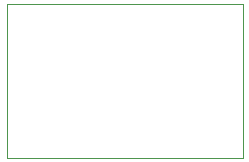
<source format=gbr>
%FSLAX46Y46*%
G04 Gerber Fmt 4.6, Leading zero omitted, Abs format (unit mm)*
G04 Created by KiCad (PCBNEW (2014-10-22 BZR 5214)-product) date Son 07 Dez 2014 11:41:12 CET*
%MOMM*%
G01*
G04 APERTURE LIST*
%ADD10C,0.150000*%
%ADD11C,0.100000*%
G04 APERTURE END LIST*
D10*
D11*
X40000000Y-33000000D02*
X40000000Y-20000000D01*
X20000000Y-33000000D02*
X40000000Y-33000000D01*
X20000000Y-20000000D02*
X20000000Y-33000000D01*
X40000000Y-20000000D02*
X20000000Y-20000000D01*
M02*

</source>
